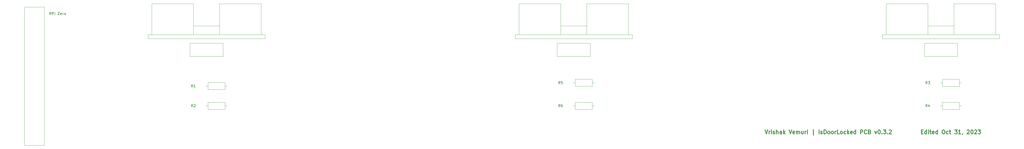
<source format=gto>
G04 #@! TF.GenerationSoftware,KiCad,Pcbnew,(6.0.10)*
G04 #@! TF.CreationDate,2023-10-31T07:54:40-04:00*
G04 #@! TF.ProjectId,iDLSchema,69444c53-6368-4656-9d61-2e6b69636164,0.3.2*
G04 #@! TF.SameCoordinates,Original*
G04 #@! TF.FileFunction,Legend,Top*
G04 #@! TF.FilePolarity,Positive*
%FSLAX46Y46*%
G04 Gerber Fmt 4.6, Leading zero omitted, Abs format (unit mm)*
G04 Created by KiCad (PCBNEW (6.0.10)) date 2023-10-31 07:54:40*
%MOMM*%
%LPD*%
G01*
G04 APERTURE LIST*
%ADD10C,0.300000*%
%ADD11C,0.150000*%
%ADD12C,0.120000*%
%ADD13C,1.600000*%
%ADD14O,1.600000X1.600000*%
%ADD15R,1.524000X1.524000*%
%ADD16C,1.524000*%
G04 APERTURE END LIST*
D10*
X314768571Y-93158571D02*
X315268571Y-94658571D01*
X315768571Y-93158571D01*
X316268571Y-94658571D02*
X316268571Y-93658571D01*
X316268571Y-93944285D02*
X316340000Y-93801428D01*
X316411428Y-93730000D01*
X316554285Y-93658571D01*
X316697142Y-93658571D01*
X317197142Y-94658571D02*
X317197142Y-93658571D01*
X317197142Y-93158571D02*
X317125714Y-93230000D01*
X317197142Y-93301428D01*
X317268571Y-93230000D01*
X317197142Y-93158571D01*
X317197142Y-93301428D01*
X317840000Y-94587142D02*
X317982857Y-94658571D01*
X318268571Y-94658571D01*
X318411428Y-94587142D01*
X318482857Y-94444285D01*
X318482857Y-94372857D01*
X318411428Y-94230000D01*
X318268571Y-94158571D01*
X318054285Y-94158571D01*
X317911428Y-94087142D01*
X317840000Y-93944285D01*
X317840000Y-93872857D01*
X317911428Y-93730000D01*
X318054285Y-93658571D01*
X318268571Y-93658571D01*
X318411428Y-93730000D01*
X319125714Y-94658571D02*
X319125714Y-93158571D01*
X319768571Y-94658571D02*
X319768571Y-93872857D01*
X319697142Y-93730000D01*
X319554285Y-93658571D01*
X319340000Y-93658571D01*
X319197142Y-93730000D01*
X319125714Y-93801428D01*
X321125714Y-94658571D02*
X321125714Y-93872857D01*
X321054285Y-93730000D01*
X320911428Y-93658571D01*
X320625714Y-93658571D01*
X320482857Y-93730000D01*
X321125714Y-94587142D02*
X320982857Y-94658571D01*
X320625714Y-94658571D01*
X320482857Y-94587142D01*
X320411428Y-94444285D01*
X320411428Y-94301428D01*
X320482857Y-94158571D01*
X320625714Y-94087142D01*
X320982857Y-94087142D01*
X321125714Y-94015714D01*
X321840000Y-94658571D02*
X321840000Y-93158571D01*
X321982857Y-94087142D02*
X322411428Y-94658571D01*
X322411428Y-93658571D02*
X321840000Y-94230000D01*
X323982857Y-93158571D02*
X324482857Y-94658571D01*
X324982857Y-93158571D01*
X326054285Y-94587142D02*
X325911428Y-94658571D01*
X325625714Y-94658571D01*
X325482857Y-94587142D01*
X325411428Y-94444285D01*
X325411428Y-93872857D01*
X325482857Y-93730000D01*
X325625714Y-93658571D01*
X325911428Y-93658571D01*
X326054285Y-93730000D01*
X326125714Y-93872857D01*
X326125714Y-94015714D01*
X325411428Y-94158571D01*
X326768571Y-94658571D02*
X326768571Y-93658571D01*
X326768571Y-93801428D02*
X326840000Y-93730000D01*
X326982857Y-93658571D01*
X327197142Y-93658571D01*
X327340000Y-93730000D01*
X327411428Y-93872857D01*
X327411428Y-94658571D01*
X327411428Y-93872857D02*
X327482857Y-93730000D01*
X327625714Y-93658571D01*
X327840000Y-93658571D01*
X327982857Y-93730000D01*
X328054285Y-93872857D01*
X328054285Y-94658571D01*
X329411428Y-93658571D02*
X329411428Y-94658571D01*
X328768571Y-93658571D02*
X328768571Y-94444285D01*
X328840000Y-94587142D01*
X328982857Y-94658571D01*
X329197142Y-94658571D01*
X329340000Y-94587142D01*
X329411428Y-94515714D01*
X330125714Y-94658571D02*
X330125714Y-93658571D01*
X330125714Y-93944285D02*
X330197142Y-93801428D01*
X330268571Y-93730000D01*
X330411428Y-93658571D01*
X330554285Y-93658571D01*
X331054285Y-94658571D02*
X331054285Y-93658571D01*
X331054285Y-93158571D02*
X330982857Y-93230000D01*
X331054285Y-93301428D01*
X331125714Y-93230000D01*
X331054285Y-93158571D01*
X331054285Y-93301428D01*
X333268571Y-95158571D02*
X333268571Y-93015714D01*
X335482857Y-94658571D02*
X335482857Y-93658571D01*
X335482857Y-93158571D02*
X335411428Y-93230000D01*
X335482857Y-93301428D01*
X335554285Y-93230000D01*
X335482857Y-93158571D01*
X335482857Y-93301428D01*
X336125714Y-94587142D02*
X336268571Y-94658571D01*
X336554285Y-94658571D01*
X336697142Y-94587142D01*
X336768571Y-94444285D01*
X336768571Y-94372857D01*
X336697142Y-94230000D01*
X336554285Y-94158571D01*
X336340000Y-94158571D01*
X336197142Y-94087142D01*
X336125714Y-93944285D01*
X336125714Y-93872857D01*
X336197142Y-93730000D01*
X336340000Y-93658571D01*
X336554285Y-93658571D01*
X336697142Y-93730000D01*
X337411428Y-94658571D02*
X337411428Y-93158571D01*
X337768571Y-93158571D01*
X337982857Y-93230000D01*
X338125714Y-93372857D01*
X338197142Y-93515714D01*
X338268571Y-93801428D01*
X338268571Y-94015714D01*
X338197142Y-94301428D01*
X338125714Y-94444285D01*
X337982857Y-94587142D01*
X337768571Y-94658571D01*
X337411428Y-94658571D01*
X339125714Y-94658571D02*
X338982857Y-94587142D01*
X338911428Y-94515714D01*
X338840000Y-94372857D01*
X338840000Y-93944285D01*
X338911428Y-93801428D01*
X338982857Y-93730000D01*
X339125714Y-93658571D01*
X339340000Y-93658571D01*
X339482857Y-93730000D01*
X339554285Y-93801428D01*
X339625714Y-93944285D01*
X339625714Y-94372857D01*
X339554285Y-94515714D01*
X339482857Y-94587142D01*
X339340000Y-94658571D01*
X339125714Y-94658571D01*
X340482857Y-94658571D02*
X340340000Y-94587142D01*
X340268571Y-94515714D01*
X340197142Y-94372857D01*
X340197142Y-93944285D01*
X340268571Y-93801428D01*
X340340000Y-93730000D01*
X340482857Y-93658571D01*
X340697142Y-93658571D01*
X340840000Y-93730000D01*
X340911428Y-93801428D01*
X340982857Y-93944285D01*
X340982857Y-94372857D01*
X340911428Y-94515714D01*
X340840000Y-94587142D01*
X340697142Y-94658571D01*
X340482857Y-94658571D01*
X341625714Y-94658571D02*
X341625714Y-93658571D01*
X341625714Y-93944285D02*
X341697142Y-93801428D01*
X341768571Y-93730000D01*
X341911428Y-93658571D01*
X342054285Y-93658571D01*
X343268571Y-94658571D02*
X342554285Y-94658571D01*
X342554285Y-93158571D01*
X343982857Y-94658571D02*
X343840000Y-94587142D01*
X343768571Y-94515714D01*
X343697142Y-94372857D01*
X343697142Y-93944285D01*
X343768571Y-93801428D01*
X343840000Y-93730000D01*
X343982857Y-93658571D01*
X344197142Y-93658571D01*
X344340000Y-93730000D01*
X344411428Y-93801428D01*
X344482857Y-93944285D01*
X344482857Y-94372857D01*
X344411428Y-94515714D01*
X344340000Y-94587142D01*
X344197142Y-94658571D01*
X343982857Y-94658571D01*
X345768571Y-94587142D02*
X345625714Y-94658571D01*
X345340000Y-94658571D01*
X345197142Y-94587142D01*
X345125714Y-94515714D01*
X345054285Y-94372857D01*
X345054285Y-93944285D01*
X345125714Y-93801428D01*
X345197142Y-93730000D01*
X345340000Y-93658571D01*
X345625714Y-93658571D01*
X345768571Y-93730000D01*
X346411428Y-94658571D02*
X346411428Y-93158571D01*
X346554285Y-94087142D02*
X346982857Y-94658571D01*
X346982857Y-93658571D02*
X346411428Y-94230000D01*
X348197142Y-94587142D02*
X348054285Y-94658571D01*
X347768571Y-94658571D01*
X347625714Y-94587142D01*
X347554285Y-94444285D01*
X347554285Y-93872857D01*
X347625714Y-93730000D01*
X347768571Y-93658571D01*
X348054285Y-93658571D01*
X348197142Y-93730000D01*
X348268571Y-93872857D01*
X348268571Y-94015714D01*
X347554285Y-94158571D01*
X349554285Y-94658571D02*
X349554285Y-93158571D01*
X349554285Y-94587142D02*
X349411428Y-94658571D01*
X349125714Y-94658571D01*
X348982857Y-94587142D01*
X348911428Y-94515714D01*
X348840000Y-94372857D01*
X348840000Y-93944285D01*
X348911428Y-93801428D01*
X348982857Y-93730000D01*
X349125714Y-93658571D01*
X349411428Y-93658571D01*
X349554285Y-93730000D01*
X351411428Y-94658571D02*
X351411428Y-93158571D01*
X351982857Y-93158571D01*
X352125714Y-93230000D01*
X352197142Y-93301428D01*
X352268571Y-93444285D01*
X352268571Y-93658571D01*
X352197142Y-93801428D01*
X352125714Y-93872857D01*
X351982857Y-93944285D01*
X351411428Y-93944285D01*
X353768571Y-94515714D02*
X353697142Y-94587142D01*
X353482857Y-94658571D01*
X353340000Y-94658571D01*
X353125714Y-94587142D01*
X352982857Y-94444285D01*
X352911428Y-94301428D01*
X352840000Y-94015714D01*
X352840000Y-93801428D01*
X352911428Y-93515714D01*
X352982857Y-93372857D01*
X353125714Y-93230000D01*
X353340000Y-93158571D01*
X353482857Y-93158571D01*
X353697142Y-93230000D01*
X353768571Y-93301428D01*
X354911428Y-93872857D02*
X355125714Y-93944285D01*
X355197142Y-94015714D01*
X355268571Y-94158571D01*
X355268571Y-94372857D01*
X355197142Y-94515714D01*
X355125714Y-94587142D01*
X354982857Y-94658571D01*
X354411428Y-94658571D01*
X354411428Y-93158571D01*
X354911428Y-93158571D01*
X355054285Y-93230000D01*
X355125714Y-93301428D01*
X355197142Y-93444285D01*
X355197142Y-93587142D01*
X355125714Y-93730000D01*
X355054285Y-93801428D01*
X354911428Y-93872857D01*
X354411428Y-93872857D01*
X356911428Y-93658571D02*
X357268571Y-94658571D01*
X357625714Y-93658571D01*
X358482857Y-93158571D02*
X358625714Y-93158571D01*
X358768571Y-93230000D01*
X358840000Y-93301428D01*
X358911428Y-93444285D01*
X358982857Y-93730000D01*
X358982857Y-94087142D01*
X358911428Y-94372857D01*
X358840000Y-94515714D01*
X358768571Y-94587142D01*
X358625714Y-94658571D01*
X358482857Y-94658571D01*
X358340000Y-94587142D01*
X358268571Y-94515714D01*
X358197142Y-94372857D01*
X358125714Y-94087142D01*
X358125714Y-93730000D01*
X358197142Y-93444285D01*
X358268571Y-93301428D01*
X358340000Y-93230000D01*
X358482857Y-93158571D01*
X359625714Y-94515714D02*
X359697142Y-94587142D01*
X359625714Y-94658571D01*
X359554285Y-94587142D01*
X359625714Y-94515714D01*
X359625714Y-94658571D01*
X360197142Y-93158571D02*
X361125714Y-93158571D01*
X360625714Y-93730000D01*
X360840000Y-93730000D01*
X360982857Y-93801428D01*
X361054285Y-93872857D01*
X361125714Y-94015714D01*
X361125714Y-94372857D01*
X361054285Y-94515714D01*
X360982857Y-94587142D01*
X360840000Y-94658571D01*
X360411428Y-94658571D01*
X360268571Y-94587142D01*
X360197142Y-94515714D01*
X361768571Y-94515714D02*
X361840000Y-94587142D01*
X361768571Y-94658571D01*
X361697142Y-94587142D01*
X361768571Y-94515714D01*
X361768571Y-94658571D01*
X362411428Y-93301428D02*
X362482857Y-93230000D01*
X362625714Y-93158571D01*
X362982857Y-93158571D01*
X363125714Y-93230000D01*
X363197142Y-93301428D01*
X363268571Y-93444285D01*
X363268571Y-93587142D01*
X363197142Y-93801428D01*
X362340000Y-94658571D01*
X363268571Y-94658571D01*
X374758571Y-93872857D02*
X375258571Y-93872857D01*
X375472857Y-94658571D02*
X374758571Y-94658571D01*
X374758571Y-93158571D01*
X375472857Y-93158571D01*
X376758571Y-94658571D02*
X376758571Y-93158571D01*
X376758571Y-94587142D02*
X376615714Y-94658571D01*
X376330000Y-94658571D01*
X376187142Y-94587142D01*
X376115714Y-94515714D01*
X376044285Y-94372857D01*
X376044285Y-93944285D01*
X376115714Y-93801428D01*
X376187142Y-93730000D01*
X376330000Y-93658571D01*
X376615714Y-93658571D01*
X376758571Y-93730000D01*
X377472857Y-94658571D02*
X377472857Y-93658571D01*
X377472857Y-93158571D02*
X377401428Y-93230000D01*
X377472857Y-93301428D01*
X377544285Y-93230000D01*
X377472857Y-93158571D01*
X377472857Y-93301428D01*
X377972857Y-93658571D02*
X378544285Y-93658571D01*
X378187142Y-93158571D02*
X378187142Y-94444285D01*
X378258571Y-94587142D01*
X378401428Y-94658571D01*
X378544285Y-94658571D01*
X379615714Y-94587142D02*
X379472857Y-94658571D01*
X379187142Y-94658571D01*
X379044285Y-94587142D01*
X378972857Y-94444285D01*
X378972857Y-93872857D01*
X379044285Y-93730000D01*
X379187142Y-93658571D01*
X379472857Y-93658571D01*
X379615714Y-93730000D01*
X379687142Y-93872857D01*
X379687142Y-94015714D01*
X378972857Y-94158571D01*
X380972857Y-94658571D02*
X380972857Y-93158571D01*
X380972857Y-94587142D02*
X380830000Y-94658571D01*
X380544285Y-94658571D01*
X380401428Y-94587142D01*
X380330000Y-94515714D01*
X380258571Y-94372857D01*
X380258571Y-93944285D01*
X380330000Y-93801428D01*
X380401428Y-93730000D01*
X380544285Y-93658571D01*
X380830000Y-93658571D01*
X380972857Y-93730000D01*
X383115714Y-93158571D02*
X383401428Y-93158571D01*
X383544285Y-93230000D01*
X383687142Y-93372857D01*
X383758571Y-93658571D01*
X383758571Y-94158571D01*
X383687142Y-94444285D01*
X383544285Y-94587142D01*
X383401428Y-94658571D01*
X383115714Y-94658571D01*
X382972857Y-94587142D01*
X382830000Y-94444285D01*
X382758571Y-94158571D01*
X382758571Y-93658571D01*
X382830000Y-93372857D01*
X382972857Y-93230000D01*
X383115714Y-93158571D01*
X385044285Y-94587142D02*
X384901428Y-94658571D01*
X384615714Y-94658571D01*
X384472857Y-94587142D01*
X384401428Y-94515714D01*
X384330000Y-94372857D01*
X384330000Y-93944285D01*
X384401428Y-93801428D01*
X384472857Y-93730000D01*
X384615714Y-93658571D01*
X384901428Y-93658571D01*
X385044285Y-93730000D01*
X385472857Y-93658571D02*
X386044285Y-93658571D01*
X385687142Y-93158571D02*
X385687142Y-94444285D01*
X385758571Y-94587142D01*
X385901428Y-94658571D01*
X386044285Y-94658571D01*
X387544285Y-93158571D02*
X388472857Y-93158571D01*
X387972857Y-93730000D01*
X388187142Y-93730000D01*
X388330000Y-93801428D01*
X388401428Y-93872857D01*
X388472857Y-94015714D01*
X388472857Y-94372857D01*
X388401428Y-94515714D01*
X388330000Y-94587142D01*
X388187142Y-94658571D01*
X387758571Y-94658571D01*
X387615714Y-94587142D01*
X387544285Y-94515714D01*
X389901428Y-94658571D02*
X389044285Y-94658571D01*
X389472857Y-94658571D02*
X389472857Y-93158571D01*
X389330000Y-93372857D01*
X389187142Y-93515714D01*
X389044285Y-93587142D01*
X390615714Y-94587142D02*
X390615714Y-94658571D01*
X390544285Y-94801428D01*
X390472857Y-94872857D01*
X392330000Y-93301428D02*
X392401428Y-93230000D01*
X392544285Y-93158571D01*
X392901428Y-93158571D01*
X393044285Y-93230000D01*
X393115714Y-93301428D01*
X393187142Y-93444285D01*
X393187142Y-93587142D01*
X393115714Y-93801428D01*
X392258571Y-94658571D01*
X393187142Y-94658571D01*
X394115714Y-93158571D02*
X394258571Y-93158571D01*
X394401428Y-93230000D01*
X394472857Y-93301428D01*
X394544285Y-93444285D01*
X394615714Y-93730000D01*
X394615714Y-94087142D01*
X394544285Y-94372857D01*
X394472857Y-94515714D01*
X394401428Y-94587142D01*
X394258571Y-94658571D01*
X394115714Y-94658571D01*
X393972857Y-94587142D01*
X393901428Y-94515714D01*
X393830000Y-94372857D01*
X393758571Y-94087142D01*
X393758571Y-93730000D01*
X393830000Y-93444285D01*
X393901428Y-93301428D01*
X393972857Y-93230000D01*
X394115714Y-93158571D01*
X395187142Y-93301428D02*
X395258571Y-93230000D01*
X395401428Y-93158571D01*
X395758571Y-93158571D01*
X395901428Y-93230000D01*
X395972857Y-93301428D01*
X396044285Y-93444285D01*
X396044285Y-93587142D01*
X395972857Y-93801428D01*
X395115714Y-94658571D01*
X396044285Y-94658571D01*
X396544285Y-93158571D02*
X397472857Y-93158571D01*
X396972857Y-93730000D01*
X397187142Y-93730000D01*
X397330000Y-93801428D01*
X397401428Y-93872857D01*
X397472857Y-94015714D01*
X397472857Y-94372857D01*
X397401428Y-94515714D01*
X397330000Y-94587142D01*
X397187142Y-94658571D01*
X396758571Y-94658571D01*
X396615714Y-94587142D01*
X396544285Y-94515714D01*
D11*
X236053333Y-84272380D02*
X235720000Y-83796190D01*
X235481904Y-84272380D02*
X235481904Y-83272380D01*
X235862857Y-83272380D01*
X235958095Y-83320000D01*
X236005714Y-83367619D01*
X236053333Y-83462857D01*
X236053333Y-83605714D01*
X236005714Y-83700952D01*
X235958095Y-83748571D01*
X235862857Y-83796190D01*
X235481904Y-83796190D01*
X236910476Y-83272380D02*
X236720000Y-83272380D01*
X236624761Y-83320000D01*
X236577142Y-83367619D01*
X236481904Y-83510476D01*
X236434285Y-83700952D01*
X236434285Y-84081904D01*
X236481904Y-84177142D01*
X236529523Y-84224761D01*
X236624761Y-84272380D01*
X236815238Y-84272380D01*
X236910476Y-84224761D01*
X236958095Y-84177142D01*
X237005714Y-84081904D01*
X237005714Y-83843809D01*
X236958095Y-83748571D01*
X236910476Y-83700952D01*
X236815238Y-83653333D01*
X236624761Y-83653333D01*
X236529523Y-83700952D01*
X236481904Y-83748571D01*
X236434285Y-83843809D01*
X95083333Y-76652380D02*
X94750000Y-76176190D01*
X94511904Y-76652380D02*
X94511904Y-75652380D01*
X94892857Y-75652380D01*
X94988095Y-75700000D01*
X95035714Y-75747619D01*
X95083333Y-75842857D01*
X95083333Y-75985714D01*
X95035714Y-76080952D01*
X94988095Y-76128571D01*
X94892857Y-76176190D01*
X94511904Y-76176190D01*
X96035714Y-76652380D02*
X95464285Y-76652380D01*
X95750000Y-76652380D02*
X95750000Y-75652380D01*
X95654761Y-75795238D01*
X95559523Y-75890476D01*
X95464285Y-75938095D01*
X40703809Y-48712380D02*
X40370476Y-48236190D01*
X40132380Y-48712380D02*
X40132380Y-47712380D01*
X40513333Y-47712380D01*
X40608571Y-47760000D01*
X40656190Y-47807619D01*
X40703809Y-47902857D01*
X40703809Y-48045714D01*
X40656190Y-48140952D01*
X40608571Y-48188571D01*
X40513333Y-48236190D01*
X40132380Y-48236190D01*
X41132380Y-48712380D02*
X41132380Y-47712380D01*
X41513333Y-47712380D01*
X41608571Y-47760000D01*
X41656190Y-47807619D01*
X41703809Y-47902857D01*
X41703809Y-48045714D01*
X41656190Y-48140952D01*
X41608571Y-48188571D01*
X41513333Y-48236190D01*
X41132380Y-48236190D01*
X42132380Y-48712380D02*
X42132380Y-48045714D01*
X42132380Y-47712380D02*
X42084761Y-47760000D01*
X42132380Y-47807619D01*
X42180000Y-47760000D01*
X42132380Y-47712380D01*
X42132380Y-47807619D01*
X43275238Y-47712380D02*
X43941904Y-47712380D01*
X43275238Y-48712380D01*
X43941904Y-48712380D01*
X44703809Y-48664761D02*
X44608571Y-48712380D01*
X44418095Y-48712380D01*
X44322857Y-48664761D01*
X44275238Y-48569523D01*
X44275238Y-48188571D01*
X44322857Y-48093333D01*
X44418095Y-48045714D01*
X44608571Y-48045714D01*
X44703809Y-48093333D01*
X44751428Y-48188571D01*
X44751428Y-48283809D01*
X44275238Y-48379047D01*
X45180000Y-48712380D02*
X45180000Y-48045714D01*
X45180000Y-48236190D02*
X45227619Y-48140952D01*
X45275238Y-48093333D01*
X45370476Y-48045714D01*
X45465714Y-48045714D01*
X45941904Y-48712380D02*
X45846666Y-48664761D01*
X45799047Y-48617142D01*
X45751428Y-48521904D01*
X45751428Y-48236190D01*
X45799047Y-48140952D01*
X45846666Y-48093333D01*
X45941904Y-48045714D01*
X46084761Y-48045714D01*
X46180000Y-48093333D01*
X46227619Y-48140952D01*
X46275238Y-48236190D01*
X46275238Y-48521904D01*
X46227619Y-48617142D01*
X46180000Y-48664761D01*
X46084761Y-48712380D01*
X45941904Y-48712380D01*
X236053333Y-75382380D02*
X235720000Y-74906190D01*
X235481904Y-75382380D02*
X235481904Y-74382380D01*
X235862857Y-74382380D01*
X235958095Y-74430000D01*
X236005714Y-74477619D01*
X236053333Y-74572857D01*
X236053333Y-74715714D01*
X236005714Y-74810952D01*
X235958095Y-74858571D01*
X235862857Y-74906190D01*
X235481904Y-74906190D01*
X236958095Y-74382380D02*
X236481904Y-74382380D01*
X236434285Y-74858571D01*
X236481904Y-74810952D01*
X236577142Y-74763333D01*
X236815238Y-74763333D01*
X236910476Y-74810952D01*
X236958095Y-74858571D01*
X237005714Y-74953809D01*
X237005714Y-75191904D01*
X236958095Y-75287142D01*
X236910476Y-75334761D01*
X236815238Y-75382380D01*
X236577142Y-75382380D01*
X236481904Y-75334761D01*
X236434285Y-75287142D01*
X377023333Y-84272380D02*
X376690000Y-83796190D01*
X376451904Y-84272380D02*
X376451904Y-83272380D01*
X376832857Y-83272380D01*
X376928095Y-83320000D01*
X376975714Y-83367619D01*
X377023333Y-83462857D01*
X377023333Y-83605714D01*
X376975714Y-83700952D01*
X376928095Y-83748571D01*
X376832857Y-83796190D01*
X376451904Y-83796190D01*
X377880476Y-83605714D02*
X377880476Y-84272380D01*
X377642380Y-83224761D02*
X377404285Y-83939047D01*
X378023333Y-83939047D01*
X95083333Y-84272380D02*
X94750000Y-83796190D01*
X94511904Y-84272380D02*
X94511904Y-83272380D01*
X94892857Y-83272380D01*
X94988095Y-83320000D01*
X95035714Y-83367619D01*
X95083333Y-83462857D01*
X95083333Y-83605714D01*
X95035714Y-83700952D01*
X94988095Y-83748571D01*
X94892857Y-83796190D01*
X94511904Y-83796190D01*
X95464285Y-83367619D02*
X95511904Y-83320000D01*
X95607142Y-83272380D01*
X95845238Y-83272380D01*
X95940476Y-83320000D01*
X95988095Y-83367619D01*
X96035714Y-83462857D01*
X96035714Y-83558095D01*
X95988095Y-83700952D01*
X95416666Y-84272380D01*
X96035714Y-84272380D01*
X377023333Y-75382380D02*
X376690000Y-74906190D01*
X376451904Y-75382380D02*
X376451904Y-74382380D01*
X376832857Y-74382380D01*
X376928095Y-74430000D01*
X376975714Y-74477619D01*
X377023333Y-74572857D01*
X377023333Y-74715714D01*
X376975714Y-74810952D01*
X376928095Y-74858571D01*
X376832857Y-74906190D01*
X376451904Y-74906190D01*
X377356666Y-74382380D02*
X377975714Y-74382380D01*
X377642380Y-74763333D01*
X377785238Y-74763333D01*
X377880476Y-74810952D01*
X377928095Y-74858571D01*
X377975714Y-74953809D01*
X377975714Y-75191904D01*
X377928095Y-75287142D01*
X377880476Y-75334761D01*
X377785238Y-75382380D01*
X377499523Y-75382380D01*
X377404285Y-75334761D01*
X377356666Y-75287142D01*
D12*
X241070000Y-83820000D02*
X241840000Y-83820000D01*
X241840000Y-82450000D02*
X241840000Y-85190000D01*
X249150000Y-83820000D02*
X248380000Y-83820000D01*
X241840000Y-85190000D02*
X248380000Y-85190000D01*
X248380000Y-85190000D02*
X248380000Y-82450000D01*
X248380000Y-82450000D02*
X241840000Y-82450000D01*
X105329319Y-56419000D02*
X105329319Y-44419001D01*
X121329320Y-44419001D02*
X105329319Y-44419001D01*
X77829999Y-57917600D02*
X122830001Y-57917600D01*
X122830001Y-57917600D02*
X122830001Y-56419000D01*
X121329320Y-56419000D02*
X121329320Y-44419001D01*
X77829999Y-57917600D02*
X77829999Y-56419000D01*
X122830001Y-56419000D02*
X77829999Y-56419000D01*
X105346500Y-53015400D02*
X100393500Y-53015400D01*
X79330680Y-56419000D02*
X79330680Y-44419001D01*
X95330681Y-44419001D02*
X79330680Y-44419001D01*
X122830001Y-56419000D02*
X121329320Y-56419000D01*
X100330000Y-53015400D02*
X95377000Y-53015400D01*
X79330680Y-56419000D02*
X77829999Y-56419000D01*
X95330681Y-56419000D02*
X95330681Y-44419001D01*
X93980000Y-64801000D02*
X106680000Y-64801000D01*
X106680000Y-64801000D02*
X106680000Y-59721000D01*
X106680000Y-59721000D02*
X93980000Y-59721000D01*
X93980000Y-59721000D02*
X93980000Y-64801000D01*
X108180000Y-76200000D02*
X107410000Y-76200000D01*
X107410000Y-77570000D02*
X107410000Y-74830000D01*
X100100000Y-76200000D02*
X100870000Y-76200000D01*
X107410000Y-74830000D02*
X100870000Y-74830000D01*
X100870000Y-77570000D02*
X107410000Y-77570000D01*
X100870000Y-74830000D02*
X100870000Y-77570000D01*
X263800001Y-56419000D02*
X262299320Y-56419000D01*
X262299320Y-56419000D02*
X262299320Y-44419001D01*
X218799999Y-57917600D02*
X263800001Y-57917600D01*
X246299319Y-56419000D02*
X246299319Y-44419001D01*
X220300680Y-56419000D02*
X218799999Y-56419000D01*
X241300000Y-53015400D02*
X236347000Y-53015400D01*
X263800001Y-56419000D02*
X218799999Y-56419000D01*
X246316500Y-53015400D02*
X241363500Y-53015400D01*
X220300680Y-56419000D02*
X220300680Y-44419001D01*
X236300681Y-56419000D02*
X236300681Y-44419001D01*
X263800001Y-57917600D02*
X263800001Y-56419000D01*
X236300681Y-44419001D02*
X220300680Y-44419001D01*
X218799999Y-57917600D02*
X218799999Y-56419000D01*
X262299320Y-44419001D02*
X246299319Y-44419001D01*
X234950000Y-64801000D02*
X247650000Y-64801000D01*
X247650000Y-64801000D02*
X247650000Y-59721000D01*
X247650000Y-59721000D02*
X234950000Y-59721000D01*
X234950000Y-59721000D02*
X234950000Y-64801000D01*
X38100000Y-99060000D02*
X38100000Y-45720000D01*
X38100000Y-45720000D02*
X30480000Y-45720000D01*
X30480000Y-99060000D02*
X38100000Y-99060000D01*
X30480000Y-45720000D02*
X30480000Y-99060000D01*
X249150000Y-74930000D02*
X248380000Y-74930000D01*
X241840000Y-73560000D02*
X241840000Y-76300000D01*
X248380000Y-76300000D02*
X248380000Y-73560000D01*
X241070000Y-74930000D02*
X241840000Y-74930000D01*
X248380000Y-73560000D02*
X241840000Y-73560000D01*
X241840000Y-76300000D02*
X248380000Y-76300000D01*
X382810000Y-85190000D02*
X389350000Y-85190000D01*
X389350000Y-85190000D02*
X389350000Y-82450000D01*
X390120000Y-83820000D02*
X389350000Y-83820000D01*
X389350000Y-82450000D02*
X382810000Y-82450000D01*
X382810000Y-82450000D02*
X382810000Y-85190000D01*
X382040000Y-83820000D02*
X382810000Y-83820000D01*
X404770001Y-56419000D02*
X403269320Y-56419000D01*
X404770001Y-56419000D02*
X359769999Y-56419000D01*
X377270681Y-44419001D02*
X361270680Y-44419001D01*
X404770001Y-57917600D02*
X404770001Y-56419000D01*
X387286500Y-53015400D02*
X382333500Y-53015400D01*
X361270680Y-56419000D02*
X361270680Y-44419001D01*
X403269320Y-56419000D02*
X403269320Y-44419001D01*
X403269320Y-44419001D02*
X387269319Y-44419001D01*
X361270680Y-56419000D02*
X359769999Y-56419000D01*
X377270681Y-56419000D02*
X377270681Y-44419001D01*
X382270000Y-53015400D02*
X377317000Y-53015400D01*
X359769999Y-57917600D02*
X404770001Y-57917600D01*
X387269319Y-56419000D02*
X387269319Y-44419001D01*
X359769999Y-57917600D02*
X359769999Y-56419000D01*
X375920000Y-64801000D02*
X388620000Y-64801000D01*
X388620000Y-64801000D02*
X388620000Y-59721000D01*
X388620000Y-59721000D02*
X375920000Y-59721000D01*
X375920000Y-59721000D02*
X375920000Y-64801000D01*
X107410000Y-85190000D02*
X107410000Y-82450000D01*
X100870000Y-82450000D02*
X100870000Y-85190000D01*
X107410000Y-82450000D02*
X100870000Y-82450000D01*
X108180000Y-83820000D02*
X107410000Y-83820000D01*
X100100000Y-83820000D02*
X100870000Y-83820000D01*
X100870000Y-85190000D02*
X107410000Y-85190000D01*
X382810000Y-73580000D02*
X382810000Y-76320000D01*
X382810000Y-76320000D02*
X389350000Y-76320000D01*
X389350000Y-73580000D02*
X382810000Y-73580000D01*
X389350000Y-76320000D02*
X389350000Y-73580000D01*
X390120000Y-74950000D02*
X389350000Y-74950000D01*
X382040000Y-74950000D02*
X382810000Y-74950000D01*
%LPC*%
D13*
X250190000Y-83820000D03*
D14*
X240030000Y-83820000D03*
D15*
X104140000Y-62261000D03*
D16*
X101600000Y-62261000D03*
X99060000Y-62261000D03*
X96520000Y-62261000D03*
D13*
X99060000Y-76200000D03*
D14*
X109220000Y-76200000D03*
D15*
X245110000Y-62261000D03*
D16*
X242570000Y-62261000D03*
X240030000Y-62261000D03*
X237490000Y-62261000D03*
X33020000Y-96520000D03*
X35560000Y-96520000D03*
X33020000Y-93980000D03*
X35560000Y-93980000D03*
X33020000Y-91440000D03*
X35560000Y-91440000D03*
X33020000Y-88900000D03*
X35560000Y-88900000D03*
X33020000Y-86360000D03*
X35560000Y-86360000D03*
X33020000Y-83820000D03*
X35560000Y-83820000D03*
X33020000Y-81280000D03*
X35560000Y-81280000D03*
X33020000Y-78740000D03*
X35560000Y-78740000D03*
X33020000Y-76200000D03*
X35560000Y-76200000D03*
X33020000Y-73660000D03*
X35560000Y-73660000D03*
X33020000Y-71120000D03*
X35560000Y-71120000D03*
X33020000Y-68580000D03*
X35560000Y-68580000D03*
X33020000Y-66040000D03*
X35560000Y-66040000D03*
X33020000Y-63500000D03*
X35560000Y-63500000D03*
X33020000Y-60960000D03*
X35560000Y-60960000D03*
X33020000Y-58420000D03*
X35560000Y-58420000D03*
X33020000Y-55880000D03*
X35560000Y-55880000D03*
X33020000Y-53340000D03*
X35560000Y-53340000D03*
X33020000Y-50800000D03*
X35560000Y-50800000D03*
X33020000Y-48260000D03*
X35560000Y-48260000D03*
D13*
X240030000Y-74930000D03*
D14*
X250190000Y-74930000D03*
D13*
X391160000Y-83820000D03*
D14*
X381000000Y-83820000D03*
D15*
X386080000Y-62261000D03*
D16*
X383540000Y-62261000D03*
X381000000Y-62261000D03*
X378460000Y-62261000D03*
D13*
X99060000Y-83820000D03*
D14*
X109220000Y-83820000D03*
D13*
X381000000Y-74950000D03*
D14*
X391160000Y-74950000D03*
M02*

</source>
